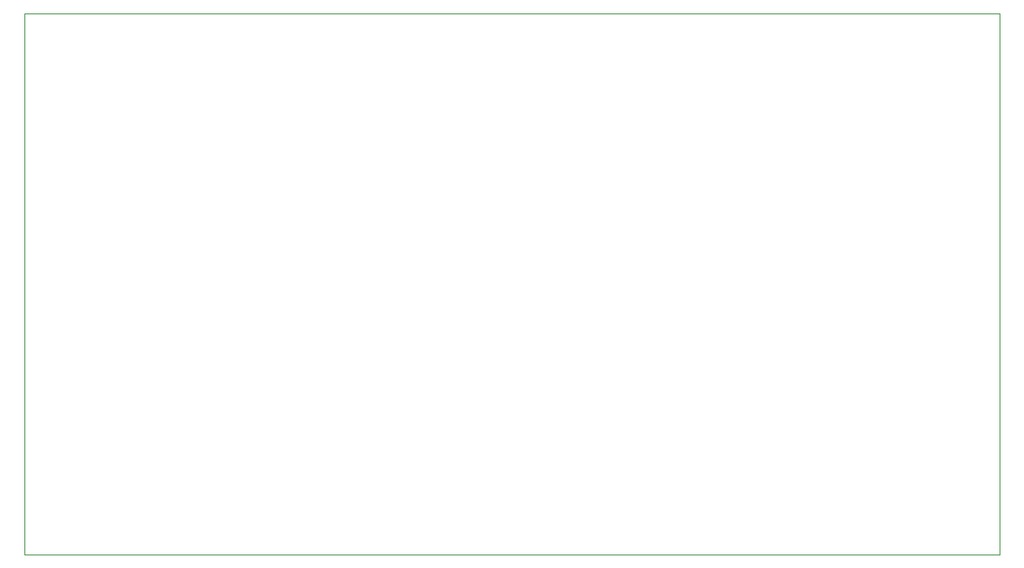
<source format=gbr>
G04 #@! TF.GenerationSoftware,KiCad,Pcbnew,5.1.4*
G04 #@! TF.CreationDate,2019-11-24T22:59:27+01:00*
G04 #@! TF.ProjectId,control_board_prototype,636f6e74-726f-46c5-9f62-6f6172645f70,rev?*
G04 #@! TF.SameCoordinates,Original*
G04 #@! TF.FileFunction,Profile,NP*
%FSLAX46Y46*%
G04 Gerber Fmt 4.6, Leading zero omitted, Abs format (unit mm)*
G04 Created by KiCad (PCBNEW 5.1.4) date 2019-11-24 22:59:27*
%MOMM*%
%LPD*%
G04 APERTURE LIST*
%ADD10C,0.050000*%
G04 APERTURE END LIST*
D10*
X261112000Y-30226000D02*
X247396000Y-30226000D01*
X261112000Y-30734000D02*
X261112000Y-30226000D01*
X261112000Y-84645500D02*
X261112000Y-30734000D01*
X163068000Y-84645500D02*
X261112000Y-84645500D01*
X163068000Y-83566000D02*
X163068000Y-84645500D01*
X163068000Y-30226000D02*
X163068000Y-83566000D01*
X247396000Y-30226000D02*
X163068000Y-30226000D01*
M02*

</source>
